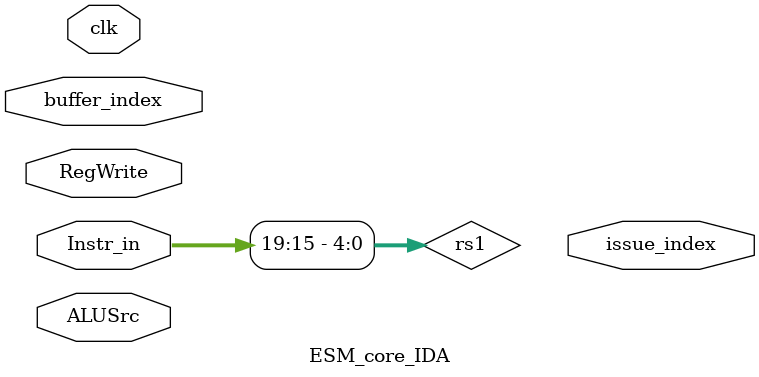
<source format=v>
`include "IRT.v"

module ESM_core_IDA #(
    parameter Instr_word_size = 32,
    parameter regnum = 32,
    parameter bs = 16
) (
    input [Instr_word_size-1:0] Instr_in,
    input ALUSrc, RegWrite, clk,
    input  [$clog2(bs)-1:0] buffer_index,
    output [$clog2(bs)-1:0] issue_index
);
    localparam reg_addr_bits = $clog2(regnum);

    wire [reg_addr_bits-1:0] rs1 =  Instr_in[19:15];
    wire [reg_addr_bits-1:0] rs2 =  ALUSrc ? Instr_in[24:20] : 0;
    wire [reg_addr_bits-1:0] rd  = RegWrite ? Instr_in[11:7] : 0;

    wire [bs-1:0] current_idt;
    IRT #(regnum, bs) irt (rs1, rs2, rd, buffer_index, clk, current_idt);
    
    reg [bs-1: 0] IDT [bs-1:0]; // imp note idt is not like irt, it has current instruction in row and dependencies in column

    always @(posedge clk) begin
        IDT[buffer_index] = current_idt;
    end

endmodule
</source>
